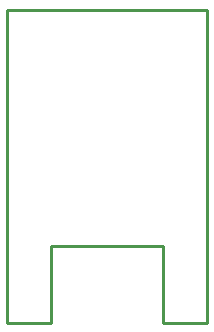
<source format=gbr>
G04 EAGLE Gerber RS-274X export*
G75*
%MOMM*%
%FSLAX34Y34*%
%LPD*%
%IN*%
%IPPOS*%
%AMOC8*
5,1,8,0,0,1.08239X$1,22.5*%
G01*
G04 Define Apertures*
%ADD10C,0.254000*%
D10*
X0Y-55000D02*
X37500Y-55000D01*
X37500Y10000D01*
X132500Y10000D01*
X132500Y-55000D01*
X170000Y-55000D01*
X170000Y210000D01*
X0Y210000D01*
X0Y-55000D01*
M02*

</source>
